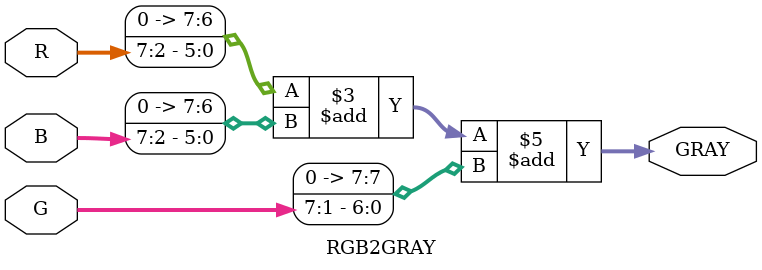
<source format=v>
module RGB2GRAY(R,G,B,GRAY); 

input [7:0] R,G,B;

output [7:0] GRAY; 
 
assign GRAY = (R>>2) + (B>>2) + (G>>1);

endmodule
</source>
